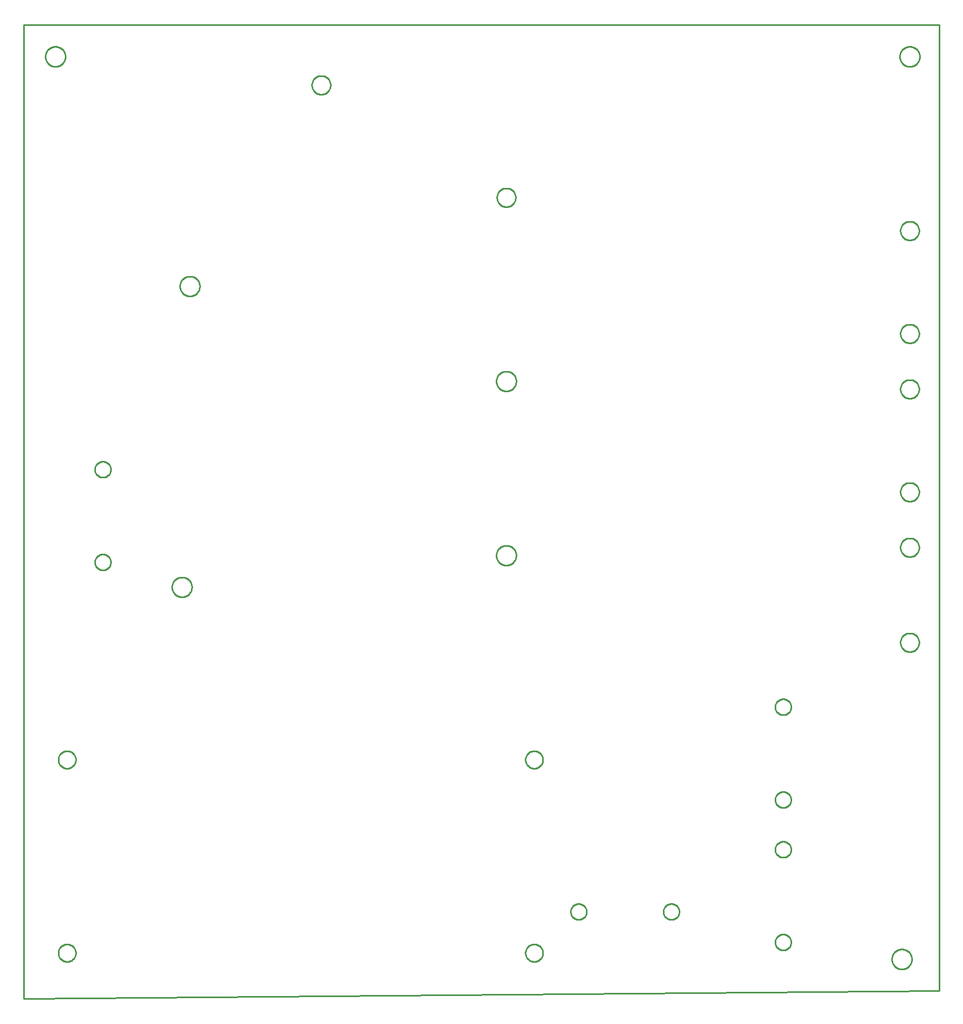
<source format=gbr>
G04 EAGLE Gerber RS-274X export*
G75*
%MOMM*%
%FSLAX34Y34*%
%LPD*%
%IN*%
%IPPOS*%
%AMOC8*
5,1,8,0,0,1.08239X$1,22.5*%
G01*
%ADD10C,0.254000*%


D10*
X228600Y152400D02*
X1698500Y165100D01*
X1698500Y1714400D01*
X228600Y1714400D01*
X228600Y152400D01*
X511175Y1294880D02*
X511107Y1293843D01*
X510971Y1292813D01*
X510769Y1291793D01*
X510500Y1290789D01*
X510165Y1289805D01*
X509768Y1288845D01*
X509308Y1287913D01*
X508788Y1287012D01*
X508211Y1286148D01*
X507578Y1285324D01*
X506893Y1284542D01*
X506158Y1283807D01*
X505376Y1283122D01*
X504552Y1282489D01*
X503688Y1281912D01*
X502787Y1281392D01*
X501855Y1280932D01*
X500895Y1280535D01*
X499911Y1280200D01*
X498907Y1279931D01*
X497887Y1279729D01*
X496857Y1279593D01*
X495820Y1279525D01*
X494780Y1279525D01*
X493743Y1279593D01*
X492713Y1279729D01*
X491693Y1279931D01*
X490689Y1280200D01*
X489705Y1280535D01*
X488745Y1280932D01*
X487813Y1281392D01*
X486912Y1281912D01*
X486048Y1282489D01*
X485224Y1283122D01*
X484442Y1283807D01*
X483707Y1284542D01*
X483022Y1285324D01*
X482389Y1286148D01*
X481812Y1287012D01*
X481292Y1287913D01*
X480832Y1288845D01*
X480435Y1289805D01*
X480100Y1290789D01*
X479831Y1291793D01*
X479629Y1292813D01*
X479493Y1293843D01*
X479425Y1294880D01*
X479425Y1295920D01*
X479493Y1296957D01*
X479629Y1297987D01*
X479831Y1299007D01*
X480100Y1300011D01*
X480435Y1300995D01*
X480832Y1301955D01*
X481292Y1302887D01*
X481812Y1303788D01*
X482389Y1304652D01*
X483022Y1305476D01*
X483707Y1306258D01*
X484442Y1306993D01*
X485224Y1307678D01*
X486048Y1308311D01*
X486912Y1308888D01*
X487813Y1309408D01*
X488745Y1309868D01*
X489705Y1310265D01*
X490689Y1310600D01*
X491693Y1310869D01*
X492713Y1311071D01*
X493743Y1311207D01*
X494780Y1311275D01*
X495820Y1311275D01*
X496857Y1311207D01*
X497887Y1311071D01*
X498907Y1310869D01*
X499911Y1310600D01*
X500895Y1310265D01*
X501855Y1309868D01*
X502787Y1309408D01*
X503688Y1308888D01*
X504552Y1308311D01*
X505376Y1307678D01*
X506158Y1306993D01*
X506893Y1306258D01*
X507578Y1305476D01*
X508211Y1304652D01*
X508788Y1303788D01*
X509308Y1302887D01*
X509768Y1301955D01*
X510165Y1300995D01*
X510500Y1300011D01*
X510769Y1299007D01*
X510971Y1297987D01*
X511107Y1296957D01*
X511175Y1295920D01*
X511175Y1294880D01*
X1019175Y1142480D02*
X1019107Y1141443D01*
X1018971Y1140413D01*
X1018769Y1139393D01*
X1018500Y1138389D01*
X1018165Y1137405D01*
X1017768Y1136445D01*
X1017308Y1135513D01*
X1016788Y1134612D01*
X1016211Y1133748D01*
X1015578Y1132924D01*
X1014893Y1132142D01*
X1014158Y1131407D01*
X1013376Y1130722D01*
X1012552Y1130089D01*
X1011688Y1129512D01*
X1010787Y1128992D01*
X1009855Y1128532D01*
X1008895Y1128135D01*
X1007911Y1127800D01*
X1006907Y1127531D01*
X1005887Y1127329D01*
X1004857Y1127193D01*
X1003820Y1127125D01*
X1002780Y1127125D01*
X1001743Y1127193D01*
X1000713Y1127329D01*
X999693Y1127531D01*
X998689Y1127800D01*
X997705Y1128135D01*
X996745Y1128532D01*
X995813Y1128992D01*
X994912Y1129512D01*
X994048Y1130089D01*
X993224Y1130722D01*
X992442Y1131407D01*
X991707Y1132142D01*
X991022Y1132924D01*
X990389Y1133748D01*
X989812Y1134612D01*
X989292Y1135513D01*
X988832Y1136445D01*
X988435Y1137405D01*
X988100Y1138389D01*
X987831Y1139393D01*
X987629Y1140413D01*
X987493Y1141443D01*
X987425Y1142480D01*
X987425Y1143520D01*
X987493Y1144557D01*
X987629Y1145587D01*
X987831Y1146607D01*
X988100Y1147611D01*
X988435Y1148595D01*
X988832Y1149555D01*
X989292Y1150487D01*
X989812Y1151388D01*
X990389Y1152252D01*
X991022Y1153076D01*
X991707Y1153858D01*
X992442Y1154593D01*
X993224Y1155278D01*
X994048Y1155911D01*
X994912Y1156488D01*
X995813Y1157008D01*
X996745Y1157468D01*
X997705Y1157865D01*
X998689Y1158200D01*
X999693Y1158469D01*
X1000713Y1158671D01*
X1001743Y1158807D01*
X1002780Y1158875D01*
X1003820Y1158875D01*
X1004857Y1158807D01*
X1005887Y1158671D01*
X1006907Y1158469D01*
X1007911Y1158200D01*
X1008895Y1157865D01*
X1009855Y1157468D01*
X1010787Y1157008D01*
X1011688Y1156488D01*
X1012552Y1155911D01*
X1013376Y1155278D01*
X1014158Y1154593D01*
X1014893Y1153858D01*
X1015578Y1153076D01*
X1016211Y1152252D01*
X1016788Y1151388D01*
X1017308Y1150487D01*
X1017768Y1149555D01*
X1018165Y1148595D01*
X1018500Y1147611D01*
X1018769Y1146607D01*
X1018971Y1145587D01*
X1019107Y1144557D01*
X1019175Y1143520D01*
X1019175Y1142480D01*
X1019175Y863080D02*
X1019107Y862043D01*
X1018971Y861013D01*
X1018769Y859993D01*
X1018500Y858989D01*
X1018165Y858005D01*
X1017768Y857045D01*
X1017308Y856113D01*
X1016788Y855212D01*
X1016211Y854348D01*
X1015578Y853524D01*
X1014893Y852742D01*
X1014158Y852007D01*
X1013376Y851322D01*
X1012552Y850689D01*
X1011688Y850112D01*
X1010787Y849592D01*
X1009855Y849132D01*
X1008895Y848735D01*
X1007911Y848400D01*
X1006907Y848131D01*
X1005887Y847929D01*
X1004857Y847793D01*
X1003820Y847725D01*
X1002780Y847725D01*
X1001743Y847793D01*
X1000713Y847929D01*
X999693Y848131D01*
X998689Y848400D01*
X997705Y848735D01*
X996745Y849132D01*
X995813Y849592D01*
X994912Y850112D01*
X994048Y850689D01*
X993224Y851322D01*
X992442Y852007D01*
X991707Y852742D01*
X991022Y853524D01*
X990389Y854348D01*
X989812Y855212D01*
X989292Y856113D01*
X988832Y857045D01*
X988435Y858005D01*
X988100Y858989D01*
X987831Y859993D01*
X987629Y861013D01*
X987493Y862043D01*
X987425Y863080D01*
X987425Y864120D01*
X987493Y865157D01*
X987629Y866187D01*
X987831Y867207D01*
X988100Y868211D01*
X988435Y869195D01*
X988832Y870155D01*
X989292Y871087D01*
X989812Y871988D01*
X990389Y872852D01*
X991022Y873676D01*
X991707Y874458D01*
X992442Y875193D01*
X993224Y875878D01*
X994048Y876511D01*
X994912Y877088D01*
X995813Y877608D01*
X996745Y878068D01*
X997705Y878465D01*
X998689Y878800D01*
X999693Y879069D01*
X1000713Y879271D01*
X1001743Y879407D01*
X1002780Y879475D01*
X1003820Y879475D01*
X1004857Y879407D01*
X1005887Y879271D01*
X1006907Y879069D01*
X1007911Y878800D01*
X1008895Y878465D01*
X1009855Y878068D01*
X1010787Y877608D01*
X1011688Y877088D01*
X1012552Y876511D01*
X1013376Y875878D01*
X1014158Y875193D01*
X1014893Y874458D01*
X1015578Y873676D01*
X1016211Y872852D01*
X1016788Y871988D01*
X1017308Y871087D01*
X1017768Y870155D01*
X1018165Y869195D01*
X1018500Y868211D01*
X1018769Y867207D01*
X1018971Y866187D01*
X1019107Y865157D01*
X1019175Y864120D01*
X1019175Y863080D01*
X498475Y812280D02*
X498407Y811243D01*
X498271Y810213D01*
X498069Y809193D01*
X497800Y808189D01*
X497465Y807205D01*
X497068Y806245D01*
X496608Y805313D01*
X496088Y804412D01*
X495511Y803548D01*
X494878Y802724D01*
X494193Y801942D01*
X493458Y801207D01*
X492676Y800522D01*
X491852Y799889D01*
X490988Y799312D01*
X490087Y798792D01*
X489155Y798332D01*
X488195Y797935D01*
X487211Y797600D01*
X486207Y797331D01*
X485187Y797129D01*
X484157Y796993D01*
X483120Y796925D01*
X482080Y796925D01*
X481043Y796993D01*
X480013Y797129D01*
X478993Y797331D01*
X477989Y797600D01*
X477005Y797935D01*
X476045Y798332D01*
X475113Y798792D01*
X474212Y799312D01*
X473348Y799889D01*
X472524Y800522D01*
X471742Y801207D01*
X471007Y801942D01*
X470322Y802724D01*
X469689Y803548D01*
X469112Y804412D01*
X468592Y805313D01*
X468132Y806245D01*
X467735Y807205D01*
X467400Y808189D01*
X467131Y809193D01*
X466929Y810213D01*
X466793Y811243D01*
X466725Y812280D01*
X466725Y813320D01*
X466793Y814357D01*
X466929Y815387D01*
X467131Y816407D01*
X467400Y817411D01*
X467735Y818395D01*
X468132Y819355D01*
X468592Y820287D01*
X469112Y821188D01*
X469689Y822052D01*
X470322Y822876D01*
X471007Y823658D01*
X471742Y824393D01*
X472524Y825078D01*
X473348Y825711D01*
X474212Y826288D01*
X475113Y826808D01*
X476045Y827268D01*
X477005Y827665D01*
X477989Y828000D01*
X478993Y828269D01*
X480013Y828471D01*
X481043Y828607D01*
X482080Y828675D01*
X483120Y828675D01*
X484157Y828607D01*
X485187Y828471D01*
X486207Y828269D01*
X487211Y828000D01*
X488195Y827665D01*
X489155Y827268D01*
X490087Y826808D01*
X490988Y826288D01*
X491852Y825711D01*
X492676Y825078D01*
X493458Y824393D01*
X494193Y823658D01*
X494878Y822876D01*
X495511Y822052D01*
X496088Y821188D01*
X496608Y820287D01*
X497068Y819355D01*
X497465Y818395D01*
X497800Y817411D01*
X498069Y816407D01*
X498271Y815387D01*
X498407Y814357D01*
X498475Y813320D01*
X498475Y812280D01*
X356101Y865450D02*
X357100Y865371D01*
X358089Y865215D01*
X359064Y864981D01*
X360016Y864671D01*
X360942Y864288D01*
X361835Y863833D01*
X362689Y863309D01*
X363500Y862721D01*
X364261Y862070D01*
X364970Y861361D01*
X365621Y860600D01*
X366209Y859789D01*
X366733Y858935D01*
X367188Y858042D01*
X367571Y857116D01*
X367881Y856164D01*
X368115Y855189D01*
X368271Y854200D01*
X368350Y853201D01*
X368350Y852199D01*
X368271Y851200D01*
X368115Y850211D01*
X367881Y849236D01*
X367571Y848284D01*
X367188Y847358D01*
X366733Y846465D01*
X366209Y845611D01*
X365621Y844800D01*
X364970Y844039D01*
X364261Y843330D01*
X363500Y842679D01*
X362689Y842091D01*
X361835Y841567D01*
X360942Y841112D01*
X360016Y840729D01*
X359064Y840419D01*
X358089Y840185D01*
X357100Y840029D01*
X356101Y839950D01*
X355099Y839950D01*
X354100Y840029D01*
X353111Y840185D01*
X352136Y840419D01*
X351184Y840729D01*
X350258Y841112D01*
X349365Y841567D01*
X348511Y842091D01*
X347700Y842679D01*
X346939Y843330D01*
X346230Y844039D01*
X345579Y844800D01*
X344991Y845611D01*
X344467Y846465D01*
X344012Y847358D01*
X343629Y848284D01*
X343319Y849236D01*
X343085Y850211D01*
X342929Y851200D01*
X342850Y852199D01*
X342850Y853201D01*
X342929Y854200D01*
X343085Y855189D01*
X343319Y856164D01*
X343629Y857116D01*
X344012Y858042D01*
X344467Y858935D01*
X344991Y859789D01*
X345579Y860600D01*
X346230Y861361D01*
X346939Y862070D01*
X347700Y862721D01*
X348511Y863309D01*
X349365Y863833D01*
X350258Y864288D01*
X351184Y864671D01*
X352136Y864981D01*
X353111Y865215D01*
X354100Y865371D01*
X355099Y865450D01*
X356101Y865450D01*
X356101Y1014250D02*
X357100Y1014171D01*
X358089Y1014015D01*
X359064Y1013781D01*
X360016Y1013471D01*
X360942Y1013088D01*
X361835Y1012633D01*
X362689Y1012109D01*
X363500Y1011521D01*
X364261Y1010870D01*
X364970Y1010161D01*
X365621Y1009400D01*
X366209Y1008589D01*
X366733Y1007735D01*
X367188Y1006842D01*
X367571Y1005916D01*
X367881Y1004964D01*
X368115Y1003989D01*
X368271Y1003000D01*
X368350Y1002001D01*
X368350Y1000999D01*
X368271Y1000000D01*
X368115Y999011D01*
X367881Y998036D01*
X367571Y997084D01*
X367188Y996158D01*
X366733Y995265D01*
X366209Y994411D01*
X365621Y993600D01*
X364970Y992839D01*
X364261Y992130D01*
X363500Y991479D01*
X362689Y990891D01*
X361835Y990367D01*
X360942Y989912D01*
X360016Y989529D01*
X359064Y989219D01*
X358089Y988985D01*
X357100Y988829D01*
X356101Y988750D01*
X355099Y988750D01*
X354100Y988829D01*
X353111Y988985D01*
X352136Y989219D01*
X351184Y989529D01*
X350258Y989912D01*
X349365Y990367D01*
X348511Y990891D01*
X347700Y991479D01*
X346939Y992130D01*
X346230Y992839D01*
X345579Y993600D01*
X344991Y994411D01*
X344467Y995265D01*
X344012Y996158D01*
X343629Y997084D01*
X343319Y998036D01*
X343085Y999011D01*
X342929Y1000000D01*
X342850Y1000999D01*
X342850Y1002001D01*
X342929Y1003000D01*
X343085Y1003989D01*
X343319Y1004964D01*
X343629Y1005916D01*
X344012Y1006842D01*
X344467Y1007735D01*
X344991Y1008589D01*
X345579Y1009400D01*
X346230Y1010161D01*
X346939Y1010870D01*
X347700Y1011521D01*
X348511Y1012109D01*
X349365Y1012633D01*
X350258Y1013088D01*
X351184Y1013471D01*
X352136Y1013781D01*
X353111Y1014015D01*
X354100Y1014171D01*
X355099Y1014250D01*
X356101Y1014250D01*
X312100Y535500D02*
X312029Y534503D01*
X311886Y533513D01*
X311674Y532536D01*
X311392Y531576D01*
X311043Y530639D01*
X310627Y529729D01*
X310148Y528852D01*
X309607Y528010D01*
X309008Y527210D01*
X308353Y526454D01*
X307646Y525747D01*
X306890Y525092D01*
X306090Y524493D01*
X305248Y523952D01*
X304371Y523473D01*
X303461Y523057D01*
X302524Y522708D01*
X301565Y522426D01*
X300587Y522214D01*
X299598Y522071D01*
X298600Y522000D01*
X297600Y522000D01*
X296603Y522071D01*
X295613Y522214D01*
X294636Y522426D01*
X293676Y522708D01*
X292739Y523057D01*
X291829Y523473D01*
X290952Y523952D01*
X290110Y524493D01*
X289310Y525092D01*
X288554Y525747D01*
X287847Y526454D01*
X287192Y527210D01*
X286593Y528010D01*
X286052Y528852D01*
X285573Y529729D01*
X285157Y530639D01*
X284808Y531576D01*
X284526Y532536D01*
X284314Y533513D01*
X284171Y534503D01*
X284100Y535500D01*
X284100Y536500D01*
X284171Y537498D01*
X284314Y538487D01*
X284526Y539465D01*
X284808Y540424D01*
X285157Y541361D01*
X285573Y542271D01*
X286052Y543148D01*
X286593Y543990D01*
X287192Y544790D01*
X287847Y545546D01*
X288554Y546253D01*
X289310Y546908D01*
X290110Y547507D01*
X290952Y548048D01*
X291829Y548527D01*
X292739Y548943D01*
X293676Y549292D01*
X294636Y549574D01*
X295613Y549786D01*
X296603Y549929D01*
X297600Y550000D01*
X298600Y550000D01*
X299598Y549929D01*
X300587Y549786D01*
X301565Y549574D01*
X302524Y549292D01*
X303461Y548943D01*
X304371Y548527D01*
X305248Y548048D01*
X306090Y547507D01*
X306890Y546908D01*
X307646Y546253D01*
X308353Y545546D01*
X309008Y544790D01*
X309607Y543990D01*
X310148Y543148D01*
X310627Y542271D01*
X311043Y541361D01*
X311392Y540424D01*
X311674Y539465D01*
X311886Y538487D01*
X312029Y537498D01*
X312100Y536500D01*
X312100Y535500D01*
X312100Y225500D02*
X312029Y224503D01*
X311886Y223513D01*
X311674Y222536D01*
X311392Y221576D01*
X311043Y220639D01*
X310627Y219729D01*
X310148Y218852D01*
X309607Y218010D01*
X309008Y217210D01*
X308353Y216454D01*
X307646Y215747D01*
X306890Y215092D01*
X306090Y214493D01*
X305248Y213952D01*
X304371Y213473D01*
X303461Y213057D01*
X302524Y212708D01*
X301565Y212426D01*
X300587Y212214D01*
X299598Y212071D01*
X298600Y212000D01*
X297600Y212000D01*
X296603Y212071D01*
X295613Y212214D01*
X294636Y212426D01*
X293676Y212708D01*
X292739Y213057D01*
X291829Y213473D01*
X290952Y213952D01*
X290110Y214493D01*
X289310Y215092D01*
X288554Y215747D01*
X287847Y216454D01*
X287192Y217210D01*
X286593Y218010D01*
X286052Y218852D01*
X285573Y219729D01*
X285157Y220639D01*
X284808Y221576D01*
X284526Y222536D01*
X284314Y223513D01*
X284171Y224503D01*
X284100Y225500D01*
X284100Y226500D01*
X284171Y227498D01*
X284314Y228487D01*
X284526Y229465D01*
X284808Y230424D01*
X285157Y231361D01*
X285573Y232271D01*
X286052Y233148D01*
X286593Y233990D01*
X287192Y234790D01*
X287847Y235546D01*
X288554Y236253D01*
X289310Y236908D01*
X290110Y237507D01*
X290952Y238048D01*
X291829Y238527D01*
X292739Y238943D01*
X293676Y239292D01*
X294636Y239574D01*
X295613Y239786D01*
X296603Y239929D01*
X297600Y240000D01*
X298600Y240000D01*
X299598Y239929D01*
X300587Y239786D01*
X301565Y239574D01*
X302524Y239292D01*
X303461Y238943D01*
X304371Y238527D01*
X305248Y238048D01*
X306090Y237507D01*
X306890Y236908D01*
X307646Y236253D01*
X308353Y235546D01*
X309008Y234790D01*
X309607Y233990D01*
X310148Y233148D01*
X310627Y232271D01*
X311043Y231361D01*
X311392Y230424D01*
X311674Y229465D01*
X311886Y228487D01*
X312029Y227498D01*
X312100Y226500D01*
X312100Y225500D01*
X1062100Y535500D02*
X1062029Y534503D01*
X1061886Y533513D01*
X1061674Y532536D01*
X1061392Y531576D01*
X1061043Y530639D01*
X1060627Y529729D01*
X1060148Y528852D01*
X1059607Y528010D01*
X1059008Y527210D01*
X1058353Y526454D01*
X1057646Y525747D01*
X1056890Y525092D01*
X1056090Y524493D01*
X1055248Y523952D01*
X1054371Y523473D01*
X1053461Y523057D01*
X1052524Y522708D01*
X1051565Y522426D01*
X1050587Y522214D01*
X1049598Y522071D01*
X1048600Y522000D01*
X1047600Y522000D01*
X1046603Y522071D01*
X1045613Y522214D01*
X1044636Y522426D01*
X1043676Y522708D01*
X1042739Y523057D01*
X1041829Y523473D01*
X1040952Y523952D01*
X1040110Y524493D01*
X1039310Y525092D01*
X1038554Y525747D01*
X1037847Y526454D01*
X1037192Y527210D01*
X1036593Y528010D01*
X1036052Y528852D01*
X1035573Y529729D01*
X1035157Y530639D01*
X1034808Y531576D01*
X1034526Y532536D01*
X1034314Y533513D01*
X1034171Y534503D01*
X1034100Y535500D01*
X1034100Y536500D01*
X1034171Y537498D01*
X1034314Y538487D01*
X1034526Y539465D01*
X1034808Y540424D01*
X1035157Y541361D01*
X1035573Y542271D01*
X1036052Y543148D01*
X1036593Y543990D01*
X1037192Y544790D01*
X1037847Y545546D01*
X1038554Y546253D01*
X1039310Y546908D01*
X1040110Y547507D01*
X1040952Y548048D01*
X1041829Y548527D01*
X1042739Y548943D01*
X1043676Y549292D01*
X1044636Y549574D01*
X1045613Y549786D01*
X1046603Y549929D01*
X1047600Y550000D01*
X1048600Y550000D01*
X1049598Y549929D01*
X1050587Y549786D01*
X1051565Y549574D01*
X1052524Y549292D01*
X1053461Y548943D01*
X1054371Y548527D01*
X1055248Y548048D01*
X1056090Y547507D01*
X1056890Y546908D01*
X1057646Y546253D01*
X1058353Y545546D01*
X1059008Y544790D01*
X1059607Y543990D01*
X1060148Y543148D01*
X1060627Y542271D01*
X1061043Y541361D01*
X1061392Y540424D01*
X1061674Y539465D01*
X1061886Y538487D01*
X1062029Y537498D01*
X1062100Y536500D01*
X1062100Y535500D01*
X1062100Y225500D02*
X1062029Y224503D01*
X1061886Y223513D01*
X1061674Y222536D01*
X1061392Y221576D01*
X1061043Y220639D01*
X1060627Y219729D01*
X1060148Y218852D01*
X1059607Y218010D01*
X1059008Y217210D01*
X1058353Y216454D01*
X1057646Y215747D01*
X1056890Y215092D01*
X1056090Y214493D01*
X1055248Y213952D01*
X1054371Y213473D01*
X1053461Y213057D01*
X1052524Y212708D01*
X1051565Y212426D01*
X1050587Y212214D01*
X1049598Y212071D01*
X1048600Y212000D01*
X1047600Y212000D01*
X1046603Y212071D01*
X1045613Y212214D01*
X1044636Y212426D01*
X1043676Y212708D01*
X1042739Y213057D01*
X1041829Y213473D01*
X1040952Y213952D01*
X1040110Y214493D01*
X1039310Y215092D01*
X1038554Y215747D01*
X1037847Y216454D01*
X1037192Y217210D01*
X1036593Y218010D01*
X1036052Y218852D01*
X1035573Y219729D01*
X1035157Y220639D01*
X1034808Y221576D01*
X1034526Y222536D01*
X1034314Y223513D01*
X1034171Y224503D01*
X1034100Y225500D01*
X1034100Y226500D01*
X1034171Y227498D01*
X1034314Y228487D01*
X1034526Y229465D01*
X1034808Y230424D01*
X1035157Y231361D01*
X1035573Y232271D01*
X1036052Y233148D01*
X1036593Y233990D01*
X1037192Y234790D01*
X1037847Y235546D01*
X1038554Y236253D01*
X1039310Y236908D01*
X1040110Y237507D01*
X1040952Y238048D01*
X1041829Y238527D01*
X1042739Y238943D01*
X1043676Y239292D01*
X1044636Y239574D01*
X1045613Y239786D01*
X1046603Y239929D01*
X1047600Y240000D01*
X1048600Y240000D01*
X1049598Y239929D01*
X1050587Y239786D01*
X1051565Y239574D01*
X1052524Y239292D01*
X1053461Y238943D01*
X1054371Y238527D01*
X1055248Y238048D01*
X1056090Y237507D01*
X1056890Y236908D01*
X1057646Y236253D01*
X1058353Y235546D01*
X1059008Y234790D01*
X1059607Y233990D01*
X1060148Y233148D01*
X1060627Y232271D01*
X1061043Y231361D01*
X1061392Y230424D01*
X1061674Y229465D01*
X1061886Y228487D01*
X1062029Y227498D01*
X1062100Y226500D01*
X1062100Y225500D01*
X721120Y1617444D02*
X721044Y1616376D01*
X720891Y1615315D01*
X720663Y1614268D01*
X720361Y1613240D01*
X719987Y1612236D01*
X719542Y1611261D01*
X719028Y1610321D01*
X718449Y1609420D01*
X717807Y1608562D01*
X717105Y1607752D01*
X716348Y1606995D01*
X715538Y1606293D01*
X714680Y1605651D01*
X713779Y1605072D01*
X712839Y1604558D01*
X711864Y1604113D01*
X710860Y1603739D01*
X709832Y1603437D01*
X708785Y1603209D01*
X707724Y1603056D01*
X706656Y1602980D01*
X705584Y1602980D01*
X704516Y1603056D01*
X703455Y1603209D01*
X702408Y1603437D01*
X701380Y1603739D01*
X700376Y1604113D01*
X699401Y1604558D01*
X698461Y1605072D01*
X697560Y1605651D01*
X696702Y1606293D01*
X695892Y1606995D01*
X695135Y1607752D01*
X694433Y1608562D01*
X693791Y1609420D01*
X693212Y1610321D01*
X692698Y1611261D01*
X692253Y1612236D01*
X691879Y1613240D01*
X691577Y1614268D01*
X691349Y1615315D01*
X691196Y1616376D01*
X691120Y1617444D01*
X691120Y1618516D01*
X691196Y1619584D01*
X691349Y1620645D01*
X691577Y1621692D01*
X691879Y1622720D01*
X692253Y1623724D01*
X692698Y1624699D01*
X693212Y1625639D01*
X693791Y1626540D01*
X694433Y1627398D01*
X695135Y1628208D01*
X695892Y1628965D01*
X696702Y1629667D01*
X697560Y1630309D01*
X698461Y1630888D01*
X699401Y1631402D01*
X700376Y1631847D01*
X701380Y1632221D01*
X702408Y1632523D01*
X703455Y1632751D01*
X704516Y1632904D01*
X705584Y1632980D01*
X706656Y1632980D01*
X707724Y1632904D01*
X708785Y1632751D01*
X709832Y1632523D01*
X710860Y1632221D01*
X711864Y1631847D01*
X712839Y1631402D01*
X713779Y1630888D01*
X714680Y1630309D01*
X715538Y1629667D01*
X716348Y1628965D01*
X717105Y1628208D01*
X717807Y1627398D01*
X718449Y1626540D01*
X719028Y1625639D01*
X719542Y1624699D01*
X719987Y1623724D01*
X720361Y1622720D01*
X720663Y1621692D01*
X720891Y1620645D01*
X721044Y1619584D01*
X721120Y1618516D01*
X721120Y1617444D01*
X1018300Y1437104D02*
X1018224Y1436036D01*
X1018071Y1434975D01*
X1017843Y1433928D01*
X1017541Y1432900D01*
X1017167Y1431896D01*
X1016722Y1430921D01*
X1016208Y1429981D01*
X1015629Y1429080D01*
X1014987Y1428222D01*
X1014285Y1427412D01*
X1013528Y1426655D01*
X1012718Y1425953D01*
X1011860Y1425311D01*
X1010959Y1424732D01*
X1010019Y1424218D01*
X1009044Y1423773D01*
X1008040Y1423399D01*
X1007012Y1423097D01*
X1005965Y1422869D01*
X1004904Y1422716D01*
X1003836Y1422640D01*
X1002764Y1422640D01*
X1001696Y1422716D01*
X1000635Y1422869D01*
X999588Y1423097D01*
X998560Y1423399D01*
X997556Y1423773D01*
X996581Y1424218D01*
X995641Y1424732D01*
X994740Y1425311D01*
X993882Y1425953D01*
X993072Y1426655D01*
X992315Y1427412D01*
X991613Y1428222D01*
X990971Y1429080D01*
X990392Y1429981D01*
X989878Y1430921D01*
X989433Y1431896D01*
X989059Y1432900D01*
X988757Y1433928D01*
X988529Y1434975D01*
X988376Y1436036D01*
X988300Y1437104D01*
X988300Y1438176D01*
X988376Y1439244D01*
X988529Y1440305D01*
X988757Y1441352D01*
X989059Y1442380D01*
X989433Y1443384D01*
X989878Y1444359D01*
X990392Y1445299D01*
X990971Y1446200D01*
X991613Y1447058D01*
X992315Y1447868D01*
X993072Y1448625D01*
X993882Y1449327D01*
X994740Y1449969D01*
X995641Y1450548D01*
X996581Y1451062D01*
X997556Y1451507D01*
X998560Y1451881D01*
X999588Y1452183D01*
X1000635Y1452411D01*
X1001696Y1452564D01*
X1002764Y1452640D01*
X1003836Y1452640D01*
X1004904Y1452564D01*
X1005965Y1452411D01*
X1007012Y1452183D01*
X1008040Y1451881D01*
X1009044Y1451507D01*
X1010019Y1451062D01*
X1010959Y1450548D01*
X1011860Y1449969D01*
X1012718Y1449327D01*
X1013528Y1448625D01*
X1014285Y1447868D01*
X1014987Y1447058D01*
X1015629Y1446200D01*
X1016208Y1445299D01*
X1016722Y1444359D01*
X1017167Y1443384D01*
X1017541Y1442380D01*
X1017843Y1441352D01*
X1018071Y1440305D01*
X1018224Y1439244D01*
X1018300Y1438176D01*
X1018300Y1437104D01*
X1447299Y607750D02*
X1446300Y607829D01*
X1445311Y607985D01*
X1444336Y608219D01*
X1443384Y608529D01*
X1442458Y608912D01*
X1441565Y609367D01*
X1440711Y609891D01*
X1439900Y610479D01*
X1439139Y611130D01*
X1438430Y611839D01*
X1437779Y612600D01*
X1437191Y613411D01*
X1436667Y614265D01*
X1436212Y615158D01*
X1435829Y616084D01*
X1435519Y617036D01*
X1435285Y618011D01*
X1435129Y619000D01*
X1435050Y619999D01*
X1435050Y621001D01*
X1435129Y622000D01*
X1435285Y622989D01*
X1435519Y623964D01*
X1435829Y624916D01*
X1436212Y625842D01*
X1436667Y626735D01*
X1437191Y627589D01*
X1437779Y628400D01*
X1438430Y629161D01*
X1439139Y629870D01*
X1439900Y630521D01*
X1440711Y631109D01*
X1441565Y631633D01*
X1442458Y632088D01*
X1443384Y632471D01*
X1444336Y632781D01*
X1445311Y633015D01*
X1446300Y633171D01*
X1447299Y633250D01*
X1448301Y633250D01*
X1449300Y633171D01*
X1450289Y633015D01*
X1451264Y632781D01*
X1452216Y632471D01*
X1453142Y632088D01*
X1454035Y631633D01*
X1454889Y631109D01*
X1455700Y630521D01*
X1456461Y629870D01*
X1457170Y629161D01*
X1457821Y628400D01*
X1458409Y627589D01*
X1458933Y626735D01*
X1459388Y625842D01*
X1459771Y624916D01*
X1460081Y623964D01*
X1460315Y622989D01*
X1460471Y622000D01*
X1460550Y621001D01*
X1460550Y619999D01*
X1460471Y619000D01*
X1460315Y618011D01*
X1460081Y617036D01*
X1459771Y616084D01*
X1459388Y615158D01*
X1458933Y614265D01*
X1458409Y613411D01*
X1457821Y612600D01*
X1457170Y611839D01*
X1456461Y611130D01*
X1455700Y610479D01*
X1454889Y609891D01*
X1454035Y609367D01*
X1453142Y608912D01*
X1452216Y608529D01*
X1451264Y608219D01*
X1450289Y607985D01*
X1449300Y607829D01*
X1448301Y607750D01*
X1447299Y607750D01*
X1447299Y458950D02*
X1446300Y459029D01*
X1445311Y459185D01*
X1444336Y459419D01*
X1443384Y459729D01*
X1442458Y460112D01*
X1441565Y460567D01*
X1440711Y461091D01*
X1439900Y461679D01*
X1439139Y462330D01*
X1438430Y463039D01*
X1437779Y463800D01*
X1437191Y464611D01*
X1436667Y465465D01*
X1436212Y466358D01*
X1435829Y467284D01*
X1435519Y468236D01*
X1435285Y469211D01*
X1435129Y470200D01*
X1435050Y471199D01*
X1435050Y472201D01*
X1435129Y473200D01*
X1435285Y474189D01*
X1435519Y475164D01*
X1435829Y476116D01*
X1436212Y477042D01*
X1436667Y477935D01*
X1437191Y478789D01*
X1437779Y479600D01*
X1438430Y480361D01*
X1439139Y481070D01*
X1439900Y481721D01*
X1440711Y482309D01*
X1441565Y482833D01*
X1442458Y483288D01*
X1443384Y483671D01*
X1444336Y483981D01*
X1445311Y484215D01*
X1446300Y484371D01*
X1447299Y484450D01*
X1448301Y484450D01*
X1449300Y484371D01*
X1450289Y484215D01*
X1451264Y483981D01*
X1452216Y483671D01*
X1453142Y483288D01*
X1454035Y482833D01*
X1454889Y482309D01*
X1455700Y481721D01*
X1456461Y481070D01*
X1457170Y480361D01*
X1457821Y479600D01*
X1458409Y478789D01*
X1458933Y477935D01*
X1459388Y477042D01*
X1459771Y476116D01*
X1460081Y475164D01*
X1460315Y474189D01*
X1460471Y473200D01*
X1460550Y472201D01*
X1460550Y471199D01*
X1460471Y470200D01*
X1460315Y469211D01*
X1460081Y468236D01*
X1459771Y467284D01*
X1459388Y466358D01*
X1458933Y465465D01*
X1458409Y464611D01*
X1457821Y463800D01*
X1457170Y463039D01*
X1456461Y462330D01*
X1455700Y461679D01*
X1454889Y461091D01*
X1454035Y460567D01*
X1453142Y460112D01*
X1452216Y459729D01*
X1451264Y459419D01*
X1450289Y459185D01*
X1449300Y459029D01*
X1448301Y458950D01*
X1447299Y458950D01*
X1447299Y379150D02*
X1446300Y379229D01*
X1445311Y379385D01*
X1444336Y379619D01*
X1443384Y379929D01*
X1442458Y380312D01*
X1441565Y380767D01*
X1440711Y381291D01*
X1439900Y381879D01*
X1439139Y382530D01*
X1438430Y383239D01*
X1437779Y384000D01*
X1437191Y384811D01*
X1436667Y385665D01*
X1436212Y386558D01*
X1435829Y387484D01*
X1435519Y388436D01*
X1435285Y389411D01*
X1435129Y390400D01*
X1435050Y391399D01*
X1435050Y392401D01*
X1435129Y393400D01*
X1435285Y394389D01*
X1435519Y395364D01*
X1435829Y396316D01*
X1436212Y397242D01*
X1436667Y398135D01*
X1437191Y398989D01*
X1437779Y399800D01*
X1438430Y400561D01*
X1439139Y401270D01*
X1439900Y401921D01*
X1440711Y402509D01*
X1441565Y403033D01*
X1442458Y403488D01*
X1443384Y403871D01*
X1444336Y404181D01*
X1445311Y404415D01*
X1446300Y404571D01*
X1447299Y404650D01*
X1448301Y404650D01*
X1449300Y404571D01*
X1450289Y404415D01*
X1451264Y404181D01*
X1452216Y403871D01*
X1453142Y403488D01*
X1454035Y403033D01*
X1454889Y402509D01*
X1455700Y401921D01*
X1456461Y401270D01*
X1457170Y400561D01*
X1457821Y399800D01*
X1458409Y398989D01*
X1458933Y398135D01*
X1459388Y397242D01*
X1459771Y396316D01*
X1460081Y395364D01*
X1460315Y394389D01*
X1460471Y393400D01*
X1460550Y392401D01*
X1460550Y391399D01*
X1460471Y390400D01*
X1460315Y389411D01*
X1460081Y388436D01*
X1459771Y387484D01*
X1459388Y386558D01*
X1458933Y385665D01*
X1458409Y384811D01*
X1457821Y384000D01*
X1457170Y383239D01*
X1456461Y382530D01*
X1455700Y381879D01*
X1454889Y381291D01*
X1454035Y380767D01*
X1453142Y380312D01*
X1452216Y379929D01*
X1451264Y379619D01*
X1450289Y379385D01*
X1449300Y379229D01*
X1448301Y379150D01*
X1447299Y379150D01*
X1447299Y230350D02*
X1446300Y230429D01*
X1445311Y230585D01*
X1444336Y230819D01*
X1443384Y231129D01*
X1442458Y231512D01*
X1441565Y231967D01*
X1440711Y232491D01*
X1439900Y233079D01*
X1439139Y233730D01*
X1438430Y234439D01*
X1437779Y235200D01*
X1437191Y236011D01*
X1436667Y236865D01*
X1436212Y237758D01*
X1435829Y238684D01*
X1435519Y239636D01*
X1435285Y240611D01*
X1435129Y241600D01*
X1435050Y242599D01*
X1435050Y243601D01*
X1435129Y244600D01*
X1435285Y245589D01*
X1435519Y246564D01*
X1435829Y247516D01*
X1436212Y248442D01*
X1436667Y249335D01*
X1437191Y250189D01*
X1437779Y251000D01*
X1438430Y251761D01*
X1439139Y252470D01*
X1439900Y253121D01*
X1440711Y253709D01*
X1441565Y254233D01*
X1442458Y254688D01*
X1443384Y255071D01*
X1444336Y255381D01*
X1445311Y255615D01*
X1446300Y255771D01*
X1447299Y255850D01*
X1448301Y255850D01*
X1449300Y255771D01*
X1450289Y255615D01*
X1451264Y255381D01*
X1452216Y255071D01*
X1453142Y254688D01*
X1454035Y254233D01*
X1454889Y253709D01*
X1455700Y253121D01*
X1456461Y252470D01*
X1457170Y251761D01*
X1457821Y251000D01*
X1458409Y250189D01*
X1458933Y249335D01*
X1459388Y248442D01*
X1459771Y247516D01*
X1460081Y246564D01*
X1460315Y245589D01*
X1460471Y244600D01*
X1460550Y243601D01*
X1460550Y242599D01*
X1460471Y241600D01*
X1460315Y240611D01*
X1460081Y239636D01*
X1459771Y238684D01*
X1459388Y237758D01*
X1458933Y236865D01*
X1458409Y236011D01*
X1457821Y235200D01*
X1457170Y234439D01*
X1456461Y233730D01*
X1455700Y233079D01*
X1454889Y232491D01*
X1454035Y231967D01*
X1453142Y231512D01*
X1452216Y231129D01*
X1451264Y230819D01*
X1450289Y230585D01*
X1449300Y230429D01*
X1448301Y230350D01*
X1447299Y230350D01*
X1255450Y292601D02*
X1255529Y293600D01*
X1255685Y294589D01*
X1255919Y295564D01*
X1256229Y296516D01*
X1256612Y297442D01*
X1257067Y298335D01*
X1257591Y299189D01*
X1258179Y300000D01*
X1258830Y300761D01*
X1259539Y301470D01*
X1260300Y302121D01*
X1261111Y302709D01*
X1261965Y303233D01*
X1262858Y303688D01*
X1263784Y304071D01*
X1264736Y304381D01*
X1265711Y304615D01*
X1266700Y304771D01*
X1267699Y304850D01*
X1268701Y304850D01*
X1269700Y304771D01*
X1270689Y304615D01*
X1271664Y304381D01*
X1272616Y304071D01*
X1273542Y303688D01*
X1274435Y303233D01*
X1275289Y302709D01*
X1276100Y302121D01*
X1276861Y301470D01*
X1277570Y300761D01*
X1278221Y300000D01*
X1278809Y299189D01*
X1279333Y298335D01*
X1279788Y297442D01*
X1280171Y296516D01*
X1280481Y295564D01*
X1280715Y294589D01*
X1280871Y293600D01*
X1280950Y292601D01*
X1280950Y291599D01*
X1280871Y290600D01*
X1280715Y289611D01*
X1280481Y288636D01*
X1280171Y287684D01*
X1279788Y286758D01*
X1279333Y285865D01*
X1278809Y285011D01*
X1278221Y284200D01*
X1277570Y283439D01*
X1276861Y282730D01*
X1276100Y282079D01*
X1275289Y281491D01*
X1274435Y280967D01*
X1273542Y280512D01*
X1272616Y280129D01*
X1271664Y279819D01*
X1270689Y279585D01*
X1269700Y279429D01*
X1268701Y279350D01*
X1267699Y279350D01*
X1266700Y279429D01*
X1265711Y279585D01*
X1264736Y279819D01*
X1263784Y280129D01*
X1262858Y280512D01*
X1261965Y280967D01*
X1261111Y281491D01*
X1260300Y282079D01*
X1259539Y282730D01*
X1258830Y283439D01*
X1258179Y284200D01*
X1257591Y285011D01*
X1257067Y285865D01*
X1256612Y286758D01*
X1256229Y287684D01*
X1255919Y288636D01*
X1255685Y289611D01*
X1255529Y290600D01*
X1255450Y291599D01*
X1255450Y292601D01*
X1106650Y292601D02*
X1106729Y293600D01*
X1106885Y294589D01*
X1107119Y295564D01*
X1107429Y296516D01*
X1107812Y297442D01*
X1108267Y298335D01*
X1108791Y299189D01*
X1109379Y300000D01*
X1110030Y300761D01*
X1110739Y301470D01*
X1111500Y302121D01*
X1112311Y302709D01*
X1113165Y303233D01*
X1114058Y303688D01*
X1114984Y304071D01*
X1115936Y304381D01*
X1116911Y304615D01*
X1117900Y304771D01*
X1118899Y304850D01*
X1119901Y304850D01*
X1120900Y304771D01*
X1121889Y304615D01*
X1122864Y304381D01*
X1123816Y304071D01*
X1124742Y303688D01*
X1125635Y303233D01*
X1126489Y302709D01*
X1127300Y302121D01*
X1128061Y301470D01*
X1128770Y300761D01*
X1129421Y300000D01*
X1130009Y299189D01*
X1130533Y298335D01*
X1130988Y297442D01*
X1131371Y296516D01*
X1131681Y295564D01*
X1131915Y294589D01*
X1132071Y293600D01*
X1132150Y292601D01*
X1132150Y291599D01*
X1132071Y290600D01*
X1131915Y289611D01*
X1131681Y288636D01*
X1131371Y287684D01*
X1130988Y286758D01*
X1130533Y285865D01*
X1130009Y285011D01*
X1129421Y284200D01*
X1128770Y283439D01*
X1128061Y282730D01*
X1127300Y282079D01*
X1126489Y281491D01*
X1125635Y280967D01*
X1124742Y280512D01*
X1123816Y280129D01*
X1122864Y279819D01*
X1121889Y279585D01*
X1120900Y279429D01*
X1119901Y279350D01*
X1118899Y279350D01*
X1117900Y279429D01*
X1116911Y279585D01*
X1115936Y279819D01*
X1114984Y280129D01*
X1114058Y280512D01*
X1113165Y280967D01*
X1112311Y281491D01*
X1111500Y282079D01*
X1110739Y282730D01*
X1110030Y283439D01*
X1109379Y284200D01*
X1108791Y285011D01*
X1108267Y285865D01*
X1107812Y286758D01*
X1107429Y287684D01*
X1107119Y288636D01*
X1106885Y289611D01*
X1106729Y290600D01*
X1106650Y291599D01*
X1106650Y292601D01*
X1666000Y1129764D02*
X1665924Y1128696D01*
X1665771Y1127635D01*
X1665543Y1126588D01*
X1665241Y1125560D01*
X1664867Y1124556D01*
X1664422Y1123581D01*
X1663908Y1122641D01*
X1663329Y1121740D01*
X1662687Y1120882D01*
X1661985Y1120072D01*
X1661228Y1119315D01*
X1660418Y1118613D01*
X1659560Y1117971D01*
X1658659Y1117392D01*
X1657719Y1116878D01*
X1656744Y1116433D01*
X1655740Y1116059D01*
X1654712Y1115757D01*
X1653665Y1115529D01*
X1652604Y1115376D01*
X1651536Y1115300D01*
X1650464Y1115300D01*
X1649396Y1115376D01*
X1648335Y1115529D01*
X1647288Y1115757D01*
X1646260Y1116059D01*
X1645256Y1116433D01*
X1644281Y1116878D01*
X1643341Y1117392D01*
X1642440Y1117971D01*
X1641582Y1118613D01*
X1640772Y1119315D01*
X1640015Y1120072D01*
X1639313Y1120882D01*
X1638671Y1121740D01*
X1638092Y1122641D01*
X1637578Y1123581D01*
X1637133Y1124556D01*
X1636759Y1125560D01*
X1636457Y1126588D01*
X1636229Y1127635D01*
X1636076Y1128696D01*
X1636000Y1129764D01*
X1636000Y1130836D01*
X1636076Y1131904D01*
X1636229Y1132965D01*
X1636457Y1134012D01*
X1636759Y1135040D01*
X1637133Y1136044D01*
X1637578Y1137019D01*
X1638092Y1137959D01*
X1638671Y1138860D01*
X1639313Y1139718D01*
X1640015Y1140528D01*
X1640772Y1141285D01*
X1641582Y1141987D01*
X1642440Y1142629D01*
X1643341Y1143208D01*
X1644281Y1143722D01*
X1645256Y1144167D01*
X1646260Y1144541D01*
X1647288Y1144843D01*
X1648335Y1145071D01*
X1649396Y1145224D01*
X1650464Y1145300D01*
X1651536Y1145300D01*
X1652604Y1145224D01*
X1653665Y1145071D01*
X1654712Y1144843D01*
X1655740Y1144541D01*
X1656744Y1144167D01*
X1657719Y1143722D01*
X1658659Y1143208D01*
X1659560Y1142629D01*
X1660418Y1141987D01*
X1661228Y1141285D01*
X1661985Y1140528D01*
X1662687Y1139718D01*
X1663329Y1138860D01*
X1663908Y1137959D01*
X1664422Y1137019D01*
X1664867Y1136044D01*
X1665241Y1135040D01*
X1665543Y1134012D01*
X1665771Y1132965D01*
X1665924Y1131904D01*
X1666000Y1130836D01*
X1666000Y1129764D01*
X1666000Y964664D02*
X1665924Y963596D01*
X1665771Y962535D01*
X1665543Y961488D01*
X1665241Y960460D01*
X1664867Y959456D01*
X1664422Y958481D01*
X1663908Y957541D01*
X1663329Y956640D01*
X1662687Y955782D01*
X1661985Y954972D01*
X1661228Y954215D01*
X1660418Y953513D01*
X1659560Y952871D01*
X1658659Y952292D01*
X1657719Y951778D01*
X1656744Y951333D01*
X1655740Y950959D01*
X1654712Y950657D01*
X1653665Y950429D01*
X1652604Y950276D01*
X1651536Y950200D01*
X1650464Y950200D01*
X1649396Y950276D01*
X1648335Y950429D01*
X1647288Y950657D01*
X1646260Y950959D01*
X1645256Y951333D01*
X1644281Y951778D01*
X1643341Y952292D01*
X1642440Y952871D01*
X1641582Y953513D01*
X1640772Y954215D01*
X1640015Y954972D01*
X1639313Y955782D01*
X1638671Y956640D01*
X1638092Y957541D01*
X1637578Y958481D01*
X1637133Y959456D01*
X1636759Y960460D01*
X1636457Y961488D01*
X1636229Y962535D01*
X1636076Y963596D01*
X1636000Y964664D01*
X1636000Y965736D01*
X1636076Y966804D01*
X1636229Y967865D01*
X1636457Y968912D01*
X1636759Y969940D01*
X1637133Y970944D01*
X1637578Y971919D01*
X1638092Y972859D01*
X1638671Y973760D01*
X1639313Y974618D01*
X1640015Y975428D01*
X1640772Y976185D01*
X1641582Y976887D01*
X1642440Y977529D01*
X1643341Y978108D01*
X1644281Y978622D01*
X1645256Y979067D01*
X1646260Y979441D01*
X1647288Y979743D01*
X1648335Y979971D01*
X1649396Y980124D01*
X1650464Y980200D01*
X1651536Y980200D01*
X1652604Y980124D01*
X1653665Y979971D01*
X1654712Y979743D01*
X1655740Y979441D01*
X1656744Y979067D01*
X1657719Y978622D01*
X1658659Y978108D01*
X1659560Y977529D01*
X1660418Y976887D01*
X1661228Y976185D01*
X1661985Y975428D01*
X1662687Y974618D01*
X1663329Y973760D01*
X1663908Y972859D01*
X1664422Y971919D01*
X1664867Y970944D01*
X1665241Y969940D01*
X1665543Y968912D01*
X1665771Y967865D01*
X1665924Y966804D01*
X1666000Y965736D01*
X1666000Y964664D01*
X1666000Y1383764D02*
X1665924Y1382696D01*
X1665771Y1381635D01*
X1665543Y1380588D01*
X1665241Y1379560D01*
X1664867Y1378556D01*
X1664422Y1377581D01*
X1663908Y1376641D01*
X1663329Y1375740D01*
X1662687Y1374882D01*
X1661985Y1374072D01*
X1661228Y1373315D01*
X1660418Y1372613D01*
X1659560Y1371971D01*
X1658659Y1371392D01*
X1657719Y1370878D01*
X1656744Y1370433D01*
X1655740Y1370059D01*
X1654712Y1369757D01*
X1653665Y1369529D01*
X1652604Y1369376D01*
X1651536Y1369300D01*
X1650464Y1369300D01*
X1649396Y1369376D01*
X1648335Y1369529D01*
X1647288Y1369757D01*
X1646260Y1370059D01*
X1645256Y1370433D01*
X1644281Y1370878D01*
X1643341Y1371392D01*
X1642440Y1371971D01*
X1641582Y1372613D01*
X1640772Y1373315D01*
X1640015Y1374072D01*
X1639313Y1374882D01*
X1638671Y1375740D01*
X1638092Y1376641D01*
X1637578Y1377581D01*
X1637133Y1378556D01*
X1636759Y1379560D01*
X1636457Y1380588D01*
X1636229Y1381635D01*
X1636076Y1382696D01*
X1636000Y1383764D01*
X1636000Y1384836D01*
X1636076Y1385904D01*
X1636229Y1386965D01*
X1636457Y1388012D01*
X1636759Y1389040D01*
X1637133Y1390044D01*
X1637578Y1391019D01*
X1638092Y1391959D01*
X1638671Y1392860D01*
X1639313Y1393718D01*
X1640015Y1394528D01*
X1640772Y1395285D01*
X1641582Y1395987D01*
X1642440Y1396629D01*
X1643341Y1397208D01*
X1644281Y1397722D01*
X1645256Y1398167D01*
X1646260Y1398541D01*
X1647288Y1398843D01*
X1648335Y1399071D01*
X1649396Y1399224D01*
X1650464Y1399300D01*
X1651536Y1399300D01*
X1652604Y1399224D01*
X1653665Y1399071D01*
X1654712Y1398843D01*
X1655740Y1398541D01*
X1656744Y1398167D01*
X1657719Y1397722D01*
X1658659Y1397208D01*
X1659560Y1396629D01*
X1660418Y1395987D01*
X1661228Y1395285D01*
X1661985Y1394528D01*
X1662687Y1393718D01*
X1663329Y1392860D01*
X1663908Y1391959D01*
X1664422Y1391019D01*
X1664867Y1390044D01*
X1665241Y1389040D01*
X1665543Y1388012D01*
X1665771Y1386965D01*
X1665924Y1385904D01*
X1666000Y1384836D01*
X1666000Y1383764D01*
X1666000Y1218664D02*
X1665924Y1217596D01*
X1665771Y1216535D01*
X1665543Y1215488D01*
X1665241Y1214460D01*
X1664867Y1213456D01*
X1664422Y1212481D01*
X1663908Y1211541D01*
X1663329Y1210640D01*
X1662687Y1209782D01*
X1661985Y1208972D01*
X1661228Y1208215D01*
X1660418Y1207513D01*
X1659560Y1206871D01*
X1658659Y1206292D01*
X1657719Y1205778D01*
X1656744Y1205333D01*
X1655740Y1204959D01*
X1654712Y1204657D01*
X1653665Y1204429D01*
X1652604Y1204276D01*
X1651536Y1204200D01*
X1650464Y1204200D01*
X1649396Y1204276D01*
X1648335Y1204429D01*
X1647288Y1204657D01*
X1646260Y1204959D01*
X1645256Y1205333D01*
X1644281Y1205778D01*
X1643341Y1206292D01*
X1642440Y1206871D01*
X1641582Y1207513D01*
X1640772Y1208215D01*
X1640015Y1208972D01*
X1639313Y1209782D01*
X1638671Y1210640D01*
X1638092Y1211541D01*
X1637578Y1212481D01*
X1637133Y1213456D01*
X1636759Y1214460D01*
X1636457Y1215488D01*
X1636229Y1216535D01*
X1636076Y1217596D01*
X1636000Y1218664D01*
X1636000Y1219736D01*
X1636076Y1220804D01*
X1636229Y1221865D01*
X1636457Y1222912D01*
X1636759Y1223940D01*
X1637133Y1224944D01*
X1637578Y1225919D01*
X1638092Y1226859D01*
X1638671Y1227760D01*
X1639313Y1228618D01*
X1640015Y1229428D01*
X1640772Y1230185D01*
X1641582Y1230887D01*
X1642440Y1231529D01*
X1643341Y1232108D01*
X1644281Y1232622D01*
X1645256Y1233067D01*
X1646260Y1233441D01*
X1647288Y1233743D01*
X1648335Y1233971D01*
X1649396Y1234124D01*
X1650464Y1234200D01*
X1651536Y1234200D01*
X1652604Y1234124D01*
X1653665Y1233971D01*
X1654712Y1233743D01*
X1655740Y1233441D01*
X1656744Y1233067D01*
X1657719Y1232622D01*
X1658659Y1232108D01*
X1659560Y1231529D01*
X1660418Y1230887D01*
X1661228Y1230185D01*
X1661985Y1229428D01*
X1662687Y1228618D01*
X1663329Y1227760D01*
X1663908Y1226859D01*
X1664422Y1225919D01*
X1664867Y1224944D01*
X1665241Y1223940D01*
X1665543Y1222912D01*
X1665771Y1221865D01*
X1665924Y1220804D01*
X1666000Y1219736D01*
X1666000Y1218664D01*
X1666000Y723364D02*
X1665924Y722296D01*
X1665771Y721235D01*
X1665543Y720188D01*
X1665241Y719160D01*
X1664867Y718156D01*
X1664422Y717181D01*
X1663908Y716241D01*
X1663329Y715340D01*
X1662687Y714482D01*
X1661985Y713672D01*
X1661228Y712915D01*
X1660418Y712213D01*
X1659560Y711571D01*
X1658659Y710992D01*
X1657719Y710478D01*
X1656744Y710033D01*
X1655740Y709659D01*
X1654712Y709357D01*
X1653665Y709129D01*
X1652604Y708976D01*
X1651536Y708900D01*
X1650464Y708900D01*
X1649396Y708976D01*
X1648335Y709129D01*
X1647288Y709357D01*
X1646260Y709659D01*
X1645256Y710033D01*
X1644281Y710478D01*
X1643341Y710992D01*
X1642440Y711571D01*
X1641582Y712213D01*
X1640772Y712915D01*
X1640015Y713672D01*
X1639313Y714482D01*
X1638671Y715340D01*
X1638092Y716241D01*
X1637578Y717181D01*
X1637133Y718156D01*
X1636759Y719160D01*
X1636457Y720188D01*
X1636229Y721235D01*
X1636076Y722296D01*
X1636000Y723364D01*
X1636000Y724436D01*
X1636076Y725504D01*
X1636229Y726565D01*
X1636457Y727612D01*
X1636759Y728640D01*
X1637133Y729644D01*
X1637578Y730619D01*
X1638092Y731559D01*
X1638671Y732460D01*
X1639313Y733318D01*
X1640015Y734128D01*
X1640772Y734885D01*
X1641582Y735587D01*
X1642440Y736229D01*
X1643341Y736808D01*
X1644281Y737322D01*
X1645256Y737767D01*
X1646260Y738141D01*
X1647288Y738443D01*
X1648335Y738671D01*
X1649396Y738824D01*
X1650464Y738900D01*
X1651536Y738900D01*
X1652604Y738824D01*
X1653665Y738671D01*
X1654712Y738443D01*
X1655740Y738141D01*
X1656744Y737767D01*
X1657719Y737322D01*
X1658659Y736808D01*
X1659560Y736229D01*
X1660418Y735587D01*
X1661228Y734885D01*
X1661985Y734128D01*
X1662687Y733318D01*
X1663329Y732460D01*
X1663908Y731559D01*
X1664422Y730619D01*
X1664867Y729644D01*
X1665241Y728640D01*
X1665543Y727612D01*
X1665771Y726565D01*
X1665924Y725504D01*
X1666000Y724436D01*
X1666000Y723364D01*
X1666000Y875764D02*
X1665924Y874696D01*
X1665771Y873635D01*
X1665543Y872588D01*
X1665241Y871560D01*
X1664867Y870556D01*
X1664422Y869581D01*
X1663908Y868641D01*
X1663329Y867740D01*
X1662687Y866882D01*
X1661985Y866072D01*
X1661228Y865315D01*
X1660418Y864613D01*
X1659560Y863971D01*
X1658659Y863392D01*
X1657719Y862878D01*
X1656744Y862433D01*
X1655740Y862059D01*
X1654712Y861757D01*
X1653665Y861529D01*
X1652604Y861376D01*
X1651536Y861300D01*
X1650464Y861300D01*
X1649396Y861376D01*
X1648335Y861529D01*
X1647288Y861757D01*
X1646260Y862059D01*
X1645256Y862433D01*
X1644281Y862878D01*
X1643341Y863392D01*
X1642440Y863971D01*
X1641582Y864613D01*
X1640772Y865315D01*
X1640015Y866072D01*
X1639313Y866882D01*
X1638671Y867740D01*
X1638092Y868641D01*
X1637578Y869581D01*
X1637133Y870556D01*
X1636759Y871560D01*
X1636457Y872588D01*
X1636229Y873635D01*
X1636076Y874696D01*
X1636000Y875764D01*
X1636000Y876836D01*
X1636076Y877904D01*
X1636229Y878965D01*
X1636457Y880012D01*
X1636759Y881040D01*
X1637133Y882044D01*
X1637578Y883019D01*
X1638092Y883959D01*
X1638671Y884860D01*
X1639313Y885718D01*
X1640015Y886528D01*
X1640772Y887285D01*
X1641582Y887987D01*
X1642440Y888629D01*
X1643341Y889208D01*
X1644281Y889722D01*
X1645256Y890167D01*
X1646260Y890541D01*
X1647288Y890843D01*
X1648335Y891071D01*
X1649396Y891224D01*
X1650464Y891300D01*
X1651536Y891300D01*
X1652604Y891224D01*
X1653665Y891071D01*
X1654712Y890843D01*
X1655740Y890541D01*
X1656744Y890167D01*
X1657719Y889722D01*
X1658659Y889208D01*
X1659560Y888629D01*
X1660418Y887987D01*
X1661228Y887285D01*
X1661985Y886528D01*
X1662687Y885718D01*
X1663329Y884860D01*
X1663908Y883959D01*
X1664422Y883019D01*
X1664867Y882044D01*
X1665241Y881040D01*
X1665543Y880012D01*
X1665771Y878965D01*
X1665924Y877904D01*
X1666000Y876836D01*
X1666000Y875764D01*
X295400Y1663176D02*
X295332Y1662131D01*
X295195Y1661092D01*
X294990Y1660065D01*
X294719Y1659053D01*
X294383Y1658061D01*
X293982Y1657093D01*
X293518Y1656154D01*
X292995Y1655246D01*
X292413Y1654375D01*
X291775Y1653544D01*
X291084Y1652757D01*
X290343Y1652016D01*
X289556Y1651325D01*
X288725Y1650688D01*
X287854Y1650106D01*
X286946Y1649582D01*
X286007Y1649118D01*
X285039Y1648717D01*
X284047Y1648381D01*
X283035Y1648110D01*
X282008Y1647905D01*
X280969Y1647769D01*
X279924Y1647700D01*
X278876Y1647700D01*
X277831Y1647769D01*
X276792Y1647905D01*
X275765Y1648110D01*
X274753Y1648381D01*
X273761Y1648717D01*
X272793Y1649118D01*
X271854Y1649582D01*
X270946Y1650106D01*
X270075Y1650688D01*
X269244Y1651325D01*
X268457Y1652016D01*
X267716Y1652757D01*
X267025Y1653544D01*
X266388Y1654375D01*
X265806Y1655246D01*
X265282Y1656154D01*
X264818Y1657093D01*
X264417Y1658061D01*
X264081Y1659053D01*
X263810Y1660065D01*
X263605Y1661092D01*
X263469Y1662131D01*
X263400Y1663176D01*
X263400Y1664224D01*
X263469Y1665269D01*
X263605Y1666308D01*
X263810Y1667335D01*
X264081Y1668347D01*
X264417Y1669339D01*
X264818Y1670307D01*
X265282Y1671246D01*
X265806Y1672154D01*
X266388Y1673025D01*
X267025Y1673856D01*
X267716Y1674643D01*
X268457Y1675384D01*
X269244Y1676075D01*
X270075Y1676713D01*
X270946Y1677295D01*
X271854Y1677818D01*
X272793Y1678282D01*
X273761Y1678683D01*
X274753Y1679019D01*
X275765Y1679290D01*
X276792Y1679495D01*
X277831Y1679632D01*
X278876Y1679700D01*
X279924Y1679700D01*
X280969Y1679632D01*
X282008Y1679495D01*
X283035Y1679290D01*
X284047Y1679019D01*
X285039Y1678683D01*
X286007Y1678282D01*
X286946Y1677818D01*
X287854Y1677295D01*
X288725Y1676713D01*
X289556Y1676075D01*
X290343Y1675384D01*
X291084Y1674643D01*
X291775Y1673856D01*
X292413Y1673025D01*
X292995Y1672154D01*
X293518Y1671246D01*
X293982Y1670307D01*
X294383Y1669339D01*
X294719Y1668347D01*
X294990Y1667335D01*
X295195Y1666308D01*
X295332Y1665269D01*
X295400Y1664224D01*
X295400Y1663176D01*
X1654300Y215376D02*
X1654232Y214331D01*
X1654095Y213292D01*
X1653890Y212265D01*
X1653619Y211253D01*
X1653283Y210261D01*
X1652882Y209293D01*
X1652418Y208354D01*
X1651895Y207446D01*
X1651313Y206575D01*
X1650675Y205744D01*
X1649984Y204957D01*
X1649243Y204216D01*
X1648456Y203525D01*
X1647625Y202888D01*
X1646754Y202306D01*
X1645846Y201782D01*
X1644907Y201318D01*
X1643939Y200917D01*
X1642947Y200581D01*
X1641935Y200310D01*
X1640908Y200105D01*
X1639869Y199969D01*
X1638824Y199900D01*
X1637776Y199900D01*
X1636731Y199969D01*
X1635692Y200105D01*
X1634665Y200310D01*
X1633653Y200581D01*
X1632661Y200917D01*
X1631693Y201318D01*
X1630754Y201782D01*
X1629846Y202306D01*
X1628975Y202888D01*
X1628144Y203525D01*
X1627357Y204216D01*
X1626616Y204957D01*
X1625925Y205744D01*
X1625288Y206575D01*
X1624706Y207446D01*
X1624182Y208354D01*
X1623718Y209293D01*
X1623317Y210261D01*
X1622981Y211253D01*
X1622710Y212265D01*
X1622505Y213292D01*
X1622369Y214331D01*
X1622300Y215376D01*
X1622300Y216424D01*
X1622369Y217469D01*
X1622505Y218508D01*
X1622710Y219535D01*
X1622981Y220547D01*
X1623317Y221539D01*
X1623718Y222507D01*
X1624182Y223446D01*
X1624706Y224354D01*
X1625288Y225225D01*
X1625925Y226056D01*
X1626616Y226843D01*
X1627357Y227584D01*
X1628144Y228275D01*
X1628975Y228913D01*
X1629846Y229495D01*
X1630754Y230018D01*
X1631693Y230482D01*
X1632661Y230883D01*
X1633653Y231219D01*
X1634665Y231490D01*
X1635692Y231695D01*
X1636731Y231832D01*
X1637776Y231900D01*
X1638824Y231900D01*
X1639869Y231832D01*
X1640908Y231695D01*
X1641935Y231490D01*
X1642947Y231219D01*
X1643939Y230883D01*
X1644907Y230482D01*
X1645846Y230018D01*
X1646754Y229495D01*
X1647625Y228913D01*
X1648456Y228275D01*
X1649243Y227584D01*
X1649984Y226843D01*
X1650675Y226056D01*
X1651313Y225225D01*
X1651895Y224354D01*
X1652418Y223446D01*
X1652882Y222507D01*
X1653283Y221539D01*
X1653619Y220547D01*
X1653890Y219535D01*
X1654095Y218508D01*
X1654232Y217469D01*
X1654300Y216424D01*
X1654300Y215376D01*
X1667000Y1663176D02*
X1666932Y1662131D01*
X1666795Y1661092D01*
X1666590Y1660065D01*
X1666319Y1659053D01*
X1665983Y1658061D01*
X1665582Y1657093D01*
X1665118Y1656154D01*
X1664595Y1655246D01*
X1664013Y1654375D01*
X1663375Y1653544D01*
X1662684Y1652757D01*
X1661943Y1652016D01*
X1661156Y1651325D01*
X1660325Y1650688D01*
X1659454Y1650106D01*
X1658546Y1649582D01*
X1657607Y1649118D01*
X1656639Y1648717D01*
X1655647Y1648381D01*
X1654635Y1648110D01*
X1653608Y1647905D01*
X1652569Y1647769D01*
X1651524Y1647700D01*
X1650476Y1647700D01*
X1649431Y1647769D01*
X1648392Y1647905D01*
X1647365Y1648110D01*
X1646353Y1648381D01*
X1645361Y1648717D01*
X1644393Y1649118D01*
X1643454Y1649582D01*
X1642546Y1650106D01*
X1641675Y1650688D01*
X1640844Y1651325D01*
X1640057Y1652016D01*
X1639316Y1652757D01*
X1638625Y1653544D01*
X1637988Y1654375D01*
X1637406Y1655246D01*
X1636882Y1656154D01*
X1636418Y1657093D01*
X1636017Y1658061D01*
X1635681Y1659053D01*
X1635410Y1660065D01*
X1635205Y1661092D01*
X1635069Y1662131D01*
X1635000Y1663176D01*
X1635000Y1664224D01*
X1635069Y1665269D01*
X1635205Y1666308D01*
X1635410Y1667335D01*
X1635681Y1668347D01*
X1636017Y1669339D01*
X1636418Y1670307D01*
X1636882Y1671246D01*
X1637406Y1672154D01*
X1637988Y1673025D01*
X1638625Y1673856D01*
X1639316Y1674643D01*
X1640057Y1675384D01*
X1640844Y1676075D01*
X1641675Y1676713D01*
X1642546Y1677295D01*
X1643454Y1677818D01*
X1644393Y1678282D01*
X1645361Y1678683D01*
X1646353Y1679019D01*
X1647365Y1679290D01*
X1648392Y1679495D01*
X1649431Y1679632D01*
X1650476Y1679700D01*
X1651524Y1679700D01*
X1652569Y1679632D01*
X1653608Y1679495D01*
X1654635Y1679290D01*
X1655647Y1679019D01*
X1656639Y1678683D01*
X1657607Y1678282D01*
X1658546Y1677818D01*
X1659454Y1677295D01*
X1660325Y1676713D01*
X1661156Y1676075D01*
X1661943Y1675384D01*
X1662684Y1674643D01*
X1663375Y1673856D01*
X1664013Y1673025D01*
X1664595Y1672154D01*
X1665118Y1671246D01*
X1665582Y1670307D01*
X1665983Y1669339D01*
X1666319Y1668347D01*
X1666590Y1667335D01*
X1666795Y1666308D01*
X1666932Y1665269D01*
X1667000Y1664224D01*
X1667000Y1663176D01*
M02*

</source>
